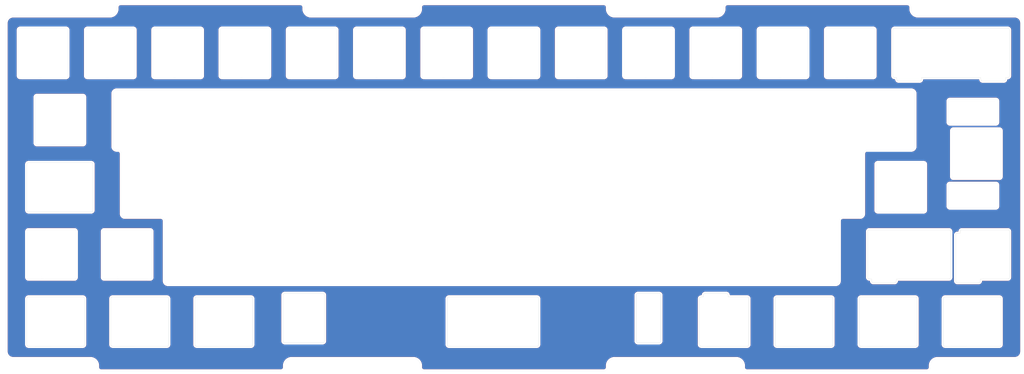
<source format=kicad_pcb>
(kicad_pcb (version 20200518) (host pcbnew "(5.99.0-1913-g40250c427)")
  (layers (0 "F.Cu" signal) (31 "B.Cu" signal) (34 "B.Paste" user) (35 "F.Paste" user) (36 "B.SilkS" user) (37 "F.SilkS" user) (38 "B.Mask" user) (39 "F.Mask" user) (44 "Edge.Cuts" user))
  (net 0 "")
  (module "acheron_MX_PlateSlots:MX100" (layer "F.Cu") (at 44.46925 102.45)
    (fp_text reference "REF**")
    (fp_text value "MX100")
    (fp_arc (start 6.5 6.5) (end 6.5 7) (angle -90) (layer "Edge.Cuts") (width 0.010007))
    (fp_line (start -7 -6.5) (end -7 6.490924) (layer "Edge.Cuts") (width 0.010007))
    (fp_arc (start 6.5 -6.5) (end 7 -6.5) (angle -90) (layer "Edge.Cuts") (width 0.010007))
    (fp_arc (start -6.5 -6.5) (end -6.5 -7) (angle -90) (layer "Edge.Cuts") (width 0.010007))
    (fp_line (start -6.5 6.990924) (end 6.5 7) (layer "Edge.Cuts") (width 0.010007))
    (fp_arc (start -6.5 6.490924) (end -7 6.490924) (angle -90) (layer "Edge.Cuts") (width 0.010007))
    (fp_line (start -6.5 -7) (end 6.5 -7) (layer "Edge.Cuts") (width 0.010007))
    (fp_line (start 7 -6.5) (end 7 6.5) (layer "Edge.Cuts") (width 0.010007))
  )
  (module "acheron_MX_PlateSlots:MX125" (layer "F.Cu") (at 23.038 102.45)
    (fp_text reference "REF**")
    (fp_text value "MX125")
    (fp_line (start 7 -6.5) (end 7 6.5) (layer "Edge.Cuts") (width 0.010007))
    (fp_line (start -6.5 -7) (end 6.5 -7) (layer "Edge.Cuts") (width 0.010007))
    (fp_arc (start -6.5 6.490924) (end -7 6.490924) (angle -90) (layer "Edge.Cuts") (width 0.010007))
    (fp_line (start -6.5 6.990924) (end 6.5 7) (layer "Edge.Cuts") (width 0.010007))
    (fp_arc (start -6.5 -6.5) (end -6.5 -7) (angle -90) (layer "Edge.Cuts") (width 0.010007))
    (fp_arc (start 6.5 -6.5) (end 7 -6.5) (angle -90) (layer "Edge.Cuts") (width 0.010007))
    (fp_line (start -7 -6.5) (end -7 6.490924) (layer "Edge.Cuts") (width 0.010007))
    (fp_arc (start 6.5 6.5) (end 6.5 7) (angle -90) (layer "Edge.Cuts") (width 0.010007))
  )
  (module "acheron_MX_PlateSlots:MX100" (layer "F.Cu") (at 263.54425 83.4)
    (fp_text reference "REF**")
    (fp_text value "MX100")
    (fp_line (start 7 -6.5) (end 7 6.5) (layer "Edge.Cuts") (width 0.010007))
    (fp_line (start -6.5 -7) (end 6.5 -7) (layer "Edge.Cuts") (width 0.010007))
    (fp_arc (start -6.5 6.490924) (end -7 6.490924) (angle -90) (layer "Edge.Cuts") (width 0.010007))
    (fp_line (start -6.5 6.990924) (end 6.5 7) (layer "Edge.Cuts") (width 0.010007))
    (fp_arc (start -6.5 -6.5) (end -6.5 -7) (angle -90) (layer "Edge.Cuts") (width 0.010007))
    (fp_arc (start 6.5 -6.5) (end 7 -6.5) (angle -90) (layer "Edge.Cuts") (width 0.010007))
    (fp_line (start -7 -6.5) (end -7 6.490924) (layer "Edge.Cuts") (width 0.010007))
    (fp_arc (start 6.5 6.5) (end 6.5 7) (angle -90) (layer "Edge.Cuts") (width 0.010007))
  )
  (module "acheron_MX_PlateSlots:MX150" (layer "F.Cu") (at 25.41925 64.35)
    (fp_text reference "REF**")
    (fp_text value "MX150")
    (fp_line (start 7 -6.5) (end 7 6.5) (layer "Edge.Cuts") (width 0.010007))
    (fp_line (start -6.5 -7) (end 6.5 -7) (layer "Edge.Cuts") (width 0.010007))
    (fp_arc (start -6.5 6.490924) (end -7 6.490924) (angle -90) (layer "Edge.Cuts") (width 0.010007))
    (fp_line (start -6.5 6.990924) (end 6.5 7) (layer "Edge.Cuts") (width 0.010007))
    (fp_arc (start -6.5 -6.5) (end -6.5 -7) (angle -90) (layer "Edge.Cuts") (width 0.010007))
    (fp_arc (start 6.5 -6.5) (end 7 -6.5) (angle -90) (layer "Edge.Cuts") (width 0.010007))
    (fp_line (start -7 -6.5) (end -7 6.490924) (layer "Edge.Cuts") (width 0.010007))
    (fp_arc (start 6.5 6.5) (end 6.5 7) (angle -90) (layer "Edge.Cuts") (width 0.010007))
  )
  (module "acheron_MX_PlateSlots:MX100" (layer "F.Cu") (at 249.25675 45.3)
    (fp_text reference "REF**")
    (fp_text value "MX100")
    (fp_arc (start 6.5 6.5) (end 6.5 7) (angle -90) (layer "Edge.Cuts") (width 0.010007))
    (fp_line (start -7 -6.5) (end -7 6.490924) (layer "Edge.Cuts") (width 0.010007))
    (fp_arc (start 6.5 -6.5) (end 7 -6.5) (angle -90) (layer "Edge.Cuts") (width 0.010007))
    (fp_arc (start -6.5 -6.5) (end -6.5 -7) (angle -90) (layer "Edge.Cuts") (width 0.010007))
    (fp_line (start -6.5 6.990924) (end 6.5 7) (layer "Edge.Cuts") (width 0.010007))
    (fp_arc (start -6.5 6.490924) (end -7 6.490924) (angle -90) (layer "Edge.Cuts") (width 0.010007))
    (fp_line (start -6.5 -7) (end 6.5 -7) (layer "Edge.Cuts") (width 0.010007))
    (fp_line (start 7 -6.5) (end 7 6.5) (layer "Edge.Cuts") (width 0.010007))
  )
  (module "acheron_MX_PlateSlots:MX100" (layer "F.Cu") (at 230.20675 45.3)
    (fp_text reference "REF**")
    (fp_text value "MX100")
    (fp_line (start 7 -6.5) (end 7 6.5) (layer "Edge.Cuts") (width 0.010007))
    (fp_line (start -6.5 -7) (end 6.5 -7) (layer "Edge.Cuts") (width 0.010007))
    (fp_arc (start -6.5 6.490924) (end -7 6.490924) (angle -90) (layer "Edge.Cuts") (width 0.010007))
    (fp_line (start -6.5 6.990924) (end 6.5 7) (layer "Edge.Cuts") (width 0.010007))
    (fp_arc (start -6.5 -6.5) (end -6.5 -7) (angle -90) (layer "Edge.Cuts") (width 0.010007))
    (fp_arc (start 6.5 -6.5) (end 7 -6.5) (angle -90) (layer "Edge.Cuts") (width 0.010007))
    (fp_line (start -7 -6.5) (end -7 6.490924) (layer "Edge.Cuts") (width 0.010007))
    (fp_arc (start 6.5 6.5) (end 6.5 7) (angle -90) (layer "Edge.Cuts") (width 0.010007))
  )
  (module "acheron_MX_PlateSlots:MX100" (layer "F.Cu") (at 173.05675 45.3)
    (fp_text reference "REF**")
    (fp_text value "MX100")
    (fp_line (start 7 -6.5) (end 7 6.5) (layer "Edge.Cuts") (width 0.010007))
    (fp_line (start -6.5 -7) (end 6.5 -7) (layer "Edge.Cuts") (width 0.010007))
    (fp_arc (start -6.5 6.490924) (end -7 6.490924) (angle -90) (layer "Edge.Cuts") (width 0.010007))
    (fp_line (start -6.5 6.990924) (end 6.5 7) (layer "Edge.Cuts") (width 0.010007))
    (fp_arc (start -6.5 -6.5) (end -6.5 -7) (angle -90) (layer "Edge.Cuts") (width 0.010007))
    (fp_arc (start 6.5 -6.5) (end 7 -6.5) (angle -90) (layer "Edge.Cuts") (width 0.010007))
    (fp_line (start -7 -6.5) (end -7 6.490924) (layer "Edge.Cuts") (width 0.010007))
    (fp_arc (start 6.5 6.5) (end 6.5 7) (angle -90) (layer "Edge.Cuts") (width 0.010007))
  )
  (module "acheron_MX_PlateSlots:MX100" (layer "F.Cu") (at 211.15675 45.3)
    (fp_text reference "REF**")
    (fp_text value "MX100")
    (fp_arc (start 6.5 6.5) (end 6.5 7) (angle -90) (layer "Edge.Cuts") (width 0.010007))
    (fp_line (start -7 -6.5) (end -7 6.490924) (layer "Edge.Cuts") (width 0.010007))
    (fp_arc (start 6.5 -6.5) (end 7 -6.5) (angle -90) (layer "Edge.Cuts") (width 0.010007))
    (fp_arc (start -6.5 -6.5) (end -6.5 -7) (angle -90) (layer "Edge.Cuts") (width 0.010007))
    (fp_line (start -6.5 6.990924) (end 6.5 7) (layer "Edge.Cuts") (width 0.010007))
    (fp_arc (start -6.5 6.490924) (end -7 6.490924) (angle -90) (layer "Edge.Cuts") (width 0.010007))
    (fp_line (start -6.5 -7) (end 6.5 -7) (layer "Edge.Cuts") (width 0.010007))
    (fp_line (start 7 -6.5) (end 7 6.5) (layer "Edge.Cuts") (width 0.010007))
  )
  (module "acheron_MX_PlateSlots:MX100" (layer "F.Cu") (at 192.10675 45.3)
    (fp_text reference "REF**")
    (fp_text value "MX100")
    (fp_arc (start 6.5 6.5) (end 6.5 7) (angle -90) (layer "Edge.Cuts") (width 0.010007))
    (fp_line (start -7 -6.5) (end -7 6.490924) (layer "Edge.Cuts") (width 0.010007))
    (fp_arc (start 6.5 -6.5) (end 7 -6.5) (angle -90) (layer "Edge.Cuts") (width 0.010007))
    (fp_arc (start -6.5 -6.5) (end -6.5 -7) (angle -90) (layer "Edge.Cuts") (width 0.010007))
    (fp_line (start -6.5 6.990924) (end 6.5 7) (layer "Edge.Cuts") (width 0.010007))
    (fp_arc (start -6.5 6.490924) (end -7 6.490924) (angle -90) (layer "Edge.Cuts") (width 0.010007))
    (fp_line (start -6.5 -7) (end 6.5 -7) (layer "Edge.Cuts") (width 0.010007))
    (fp_line (start 7 -6.5) (end 7 6.5) (layer "Edge.Cuts") (width 0.010007))
  )
  (module "acheron_MX_PlateSlots:MX100" (layer "F.Cu") (at 154.00675 45.3)
    (fp_text reference "REF**")
    (fp_text value "MX100")
    (fp_arc (start 6.5 6.5) (end 6.5 7) (angle -90) (layer "Edge.Cuts") (width 0.010007))
    (fp_line (start -7 -6.5) (end -7 6.490924) (layer "Edge.Cuts") (width 0.010007))
    (fp_arc (start 6.5 -6.5) (end 7 -6.5) (angle -90) (layer "Edge.Cuts") (width 0.010007))
    (fp_arc (start -6.5 -6.5) (end -6.5 -7) (angle -90) (layer "Edge.Cuts") (width 0.010007))
    (fp_line (start -6.5 6.990924) (end 6.5 7) (layer "Edge.Cuts") (width 0.010007))
    (fp_arc (start -6.5 6.490924) (end -7 6.490924) (angle -90) (layer "Edge.Cuts") (width 0.010007))
    (fp_line (start -6.5 -7) (end 6.5 -7) (layer "Edge.Cuts") (width 0.010007))
    (fp_line (start 7 -6.5) (end 7 6.5) (layer "Edge.Cuts") (width 0.010007))
  )
  (module "acheron_MX_PlateSlots:MX100" (layer "F.Cu") (at 115.90675 45.3)
    (fp_text reference "REF**")
    (fp_text value "MX100")
    (fp_line (start 7 -6.5) (end 7 6.5) (layer "Edge.Cuts") (width 0.010007))
    (fp_line (start -6.5 -7) (end 6.5 -7) (layer "Edge.Cuts") (width 0.010007))
    (fp_arc (start -6.5 6.490924) (end -7 6.490924) (angle -90) (layer "Edge.Cuts") (width 0.010007))
    (fp_line (start -6.5 6.990924) (end 6.5 7) (layer "Edge.Cuts") (width 0.010007))
    (fp_arc (start -6.5 -6.5) (end -6.5 -7) (angle -90) (layer "Edge.Cuts") (width 0.010007))
    (fp_arc (start 6.5 -6.5) (end 7 -6.5) (angle -90) (layer "Edge.Cuts") (width 0.010007))
    (fp_line (start -7 -6.5) (end -7 6.490924) (layer "Edge.Cuts") (width 0.010007))
    (fp_arc (start 6.5 6.5) (end 6.5 7) (angle -90) (layer "Edge.Cuts") (width 0.010007))
  )
  (module "acheron_MX_PlateSlots:MX100" (layer "F.Cu") (at 96.85675 45.3)
    (fp_text reference "REF**")
    (fp_text value "MX100")
    (fp_arc (start 6.5 6.5) (end 6.5 7) (angle -90) (layer "Edge.Cuts") (width 0.010007))
    (fp_line (start -7 -6.5) (end -7 6.490924) (layer "Edge.Cuts") (width 0.010007))
    (fp_arc (start 6.5 -6.5) (end 7 -6.5) (angle -90) (layer "Edge.Cuts") (width 0.010007))
    (fp_arc (start -6.5 -6.5) (end -6.5 -7) (angle -90) (layer "Edge.Cuts") (width 0.010007))
    (fp_line (start -6.5 6.990924) (end 6.5 7) (layer "Edge.Cuts") (width 0.010007))
    (fp_arc (start -6.5 6.490924) (end -7 6.490924) (angle -90) (layer "Edge.Cuts") (width 0.010007))
    (fp_line (start -6.5 -7) (end 6.5 -7) (layer "Edge.Cuts") (width 0.010007))
    (fp_line (start 7 -6.5) (end 7 6.5) (layer "Edge.Cuts") (width 0.010007))
  )
  (module "acheron_MX_PlateSlots:MX100" (layer "F.Cu") (at 134.95675 45.3)
    (fp_text reference "REF**")
    (fp_text value "MX100")
    (fp_line (start 7 -6.5) (end 7 6.5) (layer "Edge.Cuts") (width 0.010007))
    (fp_line (start -6.5 -7) (end 6.5 -7) (layer "Edge.Cuts") (width 0.010007))
    (fp_arc (start -6.5 6.490924) (end -7 6.490924) (angle -90) (layer "Edge.Cuts") (width 0.010007))
    (fp_line (start -6.5 6.990924) (end 6.5 7) (layer "Edge.Cuts") (width 0.010007))
    (fp_arc (start -6.5 -6.5) (end -6.5 -7) (angle -90) (layer "Edge.Cuts") (width 0.010007))
    (fp_arc (start 6.5 -6.5) (end 7 -6.5) (angle -90) (layer "Edge.Cuts") (width 0.010007))
    (fp_line (start -7 -6.5) (end -7 6.490924) (layer "Edge.Cuts") (width 0.010007))
    (fp_arc (start 6.5 6.5) (end 6.5 7) (angle -90) (layer "Edge.Cuts") (width 0.010007))
  )
  (module "acheron_MX_PlateSlots:MX100" (layer "F.Cu") (at 77.80675 45.3)
    (fp_text reference "REF**")
    (fp_text value "MX100")
    (fp_line (start 7 -6.5) (end 7 6.5) (layer "Edge.Cuts") (width 0.010007))
    (fp_line (start -6.5 -7) (end 6.5 -7) (layer "Edge.Cuts") (width 0.010007))
    (fp_arc (start -6.5 6.490924) (end -7 6.490924) (angle -90) (layer "Edge.Cuts") (width 0.010007))
    (fp_line (start -6.5 6.990924) (end 6.5 7) (layer "Edge.Cuts") (width 0.010007))
    (fp_arc (start -6.5 -6.5) (end -6.5 -7) (angle -90) (layer "Edge.Cuts") (width 0.010007))
    (fp_arc (start 6.5 -6.5) (end 7 -6.5) (angle -90) (layer "Edge.Cuts") (width 0.010007))
    (fp_line (start -7 -6.5) (end -7 6.490924) (layer "Edge.Cuts") (width 0.010007))
    (fp_arc (start 6.5 6.5) (end 6.5 7) (angle -90) (layer "Edge.Cuts") (width 0.010007))
  )
  (module "acheron_MX_PlateSlots:MX100" (layer "F.Cu") (at 58.75675 45.3)
    (fp_text reference "REF**")
    (fp_text value "MX100")
    (fp_arc (start 6.5 6.5) (end 6.5 7) (angle -90) (layer "Edge.Cuts") (width 0.010007))
    (fp_line (start -7 -6.5) (end -7 6.490924) (layer "Edge.Cuts") (width 0.010007))
    (fp_arc (start 6.5 -6.5) (end 7 -6.5) (angle -90) (layer "Edge.Cuts") (width 0.010007))
    (fp_arc (start -6.5 -6.5) (end -6.5 -7) (angle -90) (layer "Edge.Cuts") (width 0.010007))
    (fp_line (start -6.5 6.990924) (end 6.5 7) (layer "Edge.Cuts") (width 0.010007))
    (fp_arc (start -6.5 6.490924) (end -7 6.490924) (angle -90) (layer "Edge.Cuts") (width 0.010007))
    (fp_line (start -6.5 -7) (end 6.5 -7) (layer "Edge.Cuts") (width 0.010007))
    (fp_line (start 7 -6.5) (end 7 6.5) (layer "Edge.Cuts") (width 0.010007))
  )
  (module "acheron_MX_PlateSlots:MX100" (layer "F.Cu") (at 39.70675 45.3)
    (fp_text reference "REF**")
    (fp_text value "MX100")
    (fp_arc (start 6.5 6.5) (end 6.5 7) (angle -90) (layer "Edge.Cuts") (width 0.010007))
    (fp_line (start -7 -6.5) (end -7 6.490924) (layer "Edge.Cuts") (width 0.010007))
    (fp_arc (start 6.5 -6.5) (end 7 -6.5) (angle -90) (layer "Edge.Cuts") (width 0.010007))
    (fp_arc (start -6.5 -6.5) (end -6.5 -7) (angle -90) (layer "Edge.Cuts") (width 0.010007))
    (fp_line (start -6.5 6.990924) (end 6.5 7) (layer "Edge.Cuts") (width 0.010007))
    (fp_arc (start -6.5 6.490924) (end -7 6.490924) (angle -90) (layer "Edge.Cuts") (width 0.010007))
    (fp_line (start -6.5 -7) (end 6.5 -7) (layer "Edge.Cuts") (width 0.010007))
    (fp_line (start 7 -6.5) (end 7 6.5) (layer "Edge.Cuts") (width 0.010007))
  )
  (module "acheron_MX_PlateSlots:MX100" (layer "F.Cu") (at 20.65675 45.3)
    (fp_text reference "REF**")
    (fp_text value "MX100")
    (fp_line (start 7 -6.5) (end 7 6.5) (layer "Edge.Cuts") (width 0.010007))
    (fp_line (start -6.5 -7) (end 6.5 -7) (layer "Edge.Cuts") (width 0.010007))
    (fp_arc (start -6.5 6.490924) (end -7 6.490924) (angle -90) (layer "Edge.Cuts") (width 0.010007))
    (fp_line (start -6.5 6.990924) (end 6.5 7) (layer "Edge.Cuts") (width 0.010007))
    (fp_arc (start -6.5 -6.5) (end -6.5 -7) (angle -90) (layer "Edge.Cuts") (width 0.010007))
    (fp_arc (start 6.5 -6.5) (end 7 -6.5) (angle -90) (layer "Edge.Cuts") (width 0.010007))
    (fp_line (start -7 -6.5) (end -7 6.490924) (layer "Edge.Cuts") (width 0.010007))
    (fp_arc (start 6.5 6.5) (end 6.5 7) (angle -90) (layer "Edge.Cuts") (width 0.010007))
  )
  (module "acheron_MX_PlateSlots:MX_ISO_Enter" (layer "F.Cu") (at 284.9755 73.875)
    (fp_text reference "REF**")
    (fp_text value "MX_ISO_Enter")
    (fp_line (start 6.499992 6.999672) (end -6.500007 6.999672) (layer "Edge.Cuts") (width 0.010007))
    (fp_arc (start -7.500008 -8.90625) (end -8.000008 -8.90625) (angle -90) (layer "Edge.Cuts") (width 0.010007))
    (fp_arc (start -7.500008 -14.90625) (end -7.500008 -15.40625) (angle -90) (layer "Edge.Cuts") (width 0.010007))
    (fp_arc (start 5.5 -8.90625) (end 5.5 -8.40625) (angle -90) (layer "Edge.Cuts") (width 0.010007))
    (fp_arc (start 5.5 -14.90625) (end 6 -14.90625) (angle -90) (layer "Edge.Cuts") (width 0.010007))
    (fp_arc (start -7.500008 8.90625) (end -7.500008 8.40625) (angle -90) (layer "Edge.Cuts") (width 0.010007))
    (fp_arc (start 5.5 14.90625) (end 5.5 15.40625) (angle -90) (layer "Edge.Cuts") (width 0.010007))
    (fp_arc (start 5.5 8.90625) (end 6 8.90625) (angle -90) (layer "Edge.Cuts") (width 0.010007))
    (fp_line (start 5.499992 15.40625) (end -7.500008 15.40625) (layer "Edge.Cuts") (width 0.010007))
    (fp_line (start 5.499992 8.40625) (end -7.5 8.40625) (layer "Edge.Cuts") (width 0.010007))
    (fp_line (start 5.499992 -8.40625) (end -7.5 -8.40625) (layer "Edge.Cuts") (width 0.010007))
    (fp_line (start 5.499992 -15.40625) (end -7.500008 -15.40625) (layer "Edge.Cuts") (width 0.010007))
    (fp_line (start -8.000008 -14.90625) (end -8.000008 -8.90625) (layer "Edge.Cuts") (width 0.010007))
    (fp_line (start 6 -14.90625) (end 5.999992 -8.90625) (layer "Edge.Cuts") (width 0.010007))
    (fp_arc (start -7.500008 14.90625) (end -8.000008 14.90625) (angle -90) (layer "Edge.Cuts") (width 0.010007))
    (fp_line (start -8.000008 8.90625) (end -8.000008 14.90625) (layer "Edge.Cuts") (width 0.010007))
    (fp_line (start 5.999992 8.90625) (end 5.999992 14.90625) (layer "Edge.Cuts") (width 0.010007))
    (fp_arc (start -6.500007 6.499672) (end -7.000007 6.499672) (angle -90) (layer "Edge.Cuts") (width 0.010007))
    (fp_line (start 7 -6.5) (end 7 6.5) (layer "Edge.Cuts") (width 0.010007))
    (fp_arc (start -6.5 -6.5) (end -6.5 -7) (angle -90) (layer "Edge.Cuts") (width 0.010007))
    (fp_line (start -7 -6.5) (end -7 6.5) (layer "Edge.Cuts") (width 0.010007))
    (fp_arc (start 6.5 -6.5) (end 7 -6.5) (angle -90) (layer "Edge.Cuts") (width 0.010007))
    (fp_arc (start 6.5 6.5) (end 6.5 7) (angle -90) (layer "Edge.Cuts") (width 0.010007))
    (fp_line (start 6.5 -7) (end -6.5 -7) (layer "Edge.Cuts") (width 0.010007))
  )
  (gr_line (start 255.28175 109.950008) (end 255.28175 109.440924) (layer "Edge.Cuts") (width 0.05))
  (gr_line (start 262.28175 109.950008) (end 262.28175 109.450008) (layer "Edge.Cuts") (width 0.05))
  (gr_line (start 255.78175 110.450008) (end 261.78175 110.450008) (layer "Edge.Cuts") (width 0.05))
  (gr_line (start 254.663 109.440924) (end 255.28175 109.440924) (layer "Edge.Cuts") (width 0.05))
  (gr_line (start 277.188 109.45) (end 262.28175 109.450008) (layer "Edge.Cuts") (width 0.05))
  (gr_line (start 277.687671 95.950007) (end 277.688 108.95) (layer "Edge.Cuts") (width 0.05))
  (gr_line (start 254.663 95.45) (end 277.187999 95.450329) (layer "Edge.Cuts") (width 0.05))
  (gr_line (start 254.163 108.940924) (end 254.163 95.95) (layer "Edge.Cuts") (width 0.05))
  (gr_line (start 279.094251 109.950001) (end 279.09425 96.95) (layer "Edge.Cuts") (width 0.05))
  (gr_line (start 279.594251 110.450007) (end 285.59425 110.450008) (layer "Edge.Cuts") (width 0.05))
  (gr_line (start 286.09425 109.950008) (end 286.09425 109.450008) (layer "Edge.Cuts") (width 0.05))
  (gr_line (start 293.85675 109.45) (end 286.09425 109.450008) (layer "Edge.Cuts") (width 0.05))
  (gr_line (start 294.35675 95.95) (end 294.35675 108.95) (layer "Edge.Cuts") (width 0.05))
  (gr_line (start 280.85675 95.45) (end 293.85675 95.45) (layer "Edge.Cuts") (width 0.05))
  (gr_line (start 280.35675 95.95) (end 280.35675 96.45) (layer "Edge.Cuts") (width 0.05))
  (gr_line (start 279.59425 96.45) (end 280.35675 96.45) (layer "Edge.Cuts") (width 0.05))
  (gr_arc (start 285.59425 109.950008) (end 285.59425 110.450008) (angle -90) (layer "Edge.Cuts") (width 0.05))
  (gr_arc (start 279.59425 109.950008) (end 279.094251 109.950001) (angle -90.00091673) (layer "Edge.Cuts") (width 0.05))
  (gr_arc (start 279.59425 96.95) (end 279.59425 96.45) (angle -90) (layer "Edge.Cuts") (width 0.05))
  (gr_arc (start 280.85675 95.95) (end 280.85675 95.45) (angle -90) (layer "Edge.Cuts") (width 0.05))
  (gr_arc (start 293.85675 108.95) (end 293.85675 109.45) (angle -90) (layer "Edge.Cuts") (width 0.05))
  (gr_arc (start 293.85675 95.95) (end 294.35675 95.95) (angle -90) (layer "Edge.Cuts") (width 0.05))
  (gr_arc (start 277.188 95.95) (end 277.687671 95.950007) (angle -90.00091733) (layer "Edge.Cuts") (width 0.05))
  (gr_arc (start 277.188 108.95) (end 277.188 109.45) (angle -90) (layer "Edge.Cuts") (width 0.05))
  (gr_arc (start 261.78175 109.950008) (end 261.78175 110.450008) (angle -90) (layer "Edge.Cuts") (width 0.05))
  (gr_arc (start 255.78175 109.950008) (end 255.28175 109.950008) (angle -90) (layer "Edge.Cuts") (width 0.05))
  (gr_arc (start 254.663 108.940924) (end 254.163 108.940924) (angle -90) (layer "Edge.Cuts") (width 0.05))
  (gr_arc (start 254.663 95.95) (end 254.663 95.45) (angle -90) (layer "Edge.Cuts") (width 0.05))
  (gr_line (start 266.54425 55.85) (end 41.46925 55.85) (layer "Edge.Cuts") (width 0.01))
  (gr_arc (start 266.54425 56.85) (end 267.54425 56.85) (angle -90) (layer "Edge.Cuts") (width 0.01))
  (gr_line (start 267.54425 71.85) (end 267.54425 56.85) (layer "Edge.Cuts") (width 0.01))
  (gr_arc (start 54.01925 92.9) (end 55.01925 92.9) (angle -90) (layer "Edge.Cuts") (width 0.01))
  (gr_line (start 43.850499 91.9) (end 54.01925 91.9) (layer "Edge.Cuts") (width 0.01))
  (gr_arc (start 43.850499 90.9) (end 42.850499 90.9) (angle -90) (layer "Edge.Cuts") (width 0.01))
  (gr_line (start 42.8505 73.85) (end 42.850499 90.9) (layer "Edge.Cuts") (width 0.01))
  (gr_arc (start 41.8505 73.85) (end 42.8505 73.85) (angle -90) (layer "Edge.Cuts") (width 0.01))
  (gr_line (start 41.46925 72.85) (end 41.8505 72.85) (layer "Edge.Cuts") (width 0.01))
  (gr_arc (start 266.54425 71.85) (end 266.54425 72.85) (angle -90) (layer "Edge.Cuts") (width 0.01))
  (gr_line (start 253.99425 72.85) (end 266.54425 72.85) (layer "Edge.Cuts") (width 0.01))
  (gr_arc (start 253.994249 73.85) (end 253.99425 72.85) (angle -90) (layer "Edge.Cuts") (width 0.01))
  (gr_arc (start 247.113 92.9) (end 247.113 91.9) (angle -90) (layer "Edge.Cuts") (width 0.01))
  (gr_line (start 246.113 109.95) (end 246.113 92.9) (layer "Edge.Cuts") (width 0.01))
  (gr_arc (start 245.113 109.95) (end 245.113 110.95) (angle -90) (layer "Edge.Cuts") (width 0.01))
  (gr_line (start 56.01925 110.95) (end 245.113 110.95) (layer "Edge.Cuts") (width 0.01))
  (gr_arc (start 56.01925 109.95) (end 55.01925 109.95) (angle -90) (layer "Edge.Cuts") (width 0.01))
  (gr_line (start 55.01925 92.9) (end 55.01925 109.95) (layer "Edge.Cuts") (width 0.01))
  (gr_line (start 252.99425 90.9) (end 252.99425 73.85) (layer "Edge.Cuts") (width 0.01))
  (gr_arc (start 251.99425 90.9) (end 251.99425 91.9) (angle -90) (layer "Edge.Cuts") (width 0.01))
  (gr_line (start 247.113 91.9) (end 251.99425 91.9) (layer "Edge.Cuts") (width 0.01))
  (gr_arc (start 41.46925 71.85) (end 40.46925 71.85) (angle -90) (layer "Edge.Cuts") (width 0.01))
  (gr_line (start 40.46925 56.85) (end 40.46925 71.85) (layer "Edge.Cuts") (width 0.01))
  (gr_arc (start 41.46925 56.85) (end 41.46925 55.85) (angle -90) (layer "Edge.Cuts") (width 0.01))
  (gr_line (start 214.65675 113.999546) (end 214.65675 114.499546) (layer "Edge.Cuts") (width 0.05))
  (gr_line (start 220.038 114.5) (end 214.65675 114.499546) (layer "Edge.Cuts") (width 0.05))
  (gr_line (start 220.538 128) (end 220.538 115) (layer "Edge.Cuts") (width 0.05))
  (gr_line (start 207.038 128.490924) (end 220.038 128.5) (layer "Edge.Cuts") (width 0.05))
  (gr_line (start 206.538 115) (end 206.538 127.990924) (layer "Edge.Cuts") (width 0.05))
  (gr_line (start 208.15675 113.499546) (end 214.15675 113.499546) (layer "Edge.Cuts") (width 0.05))
  (gr_line (start 207.65675 113.999546) (end 207.65675 114.499546) (layer "Edge.Cuts") (width 0.05))
  (gr_line (start 207.038 114.5) (end 207.65675 114.5) (layer "Edge.Cuts") (width 0.05))
  (gr_arc (start 208.15675 113.999546) (end 208.15675 113.499546) (angle -90) (layer "Edge.Cuts") (width 0.05))
  (gr_arc (start 214.15675 113.999546) (end 214.65675 113.999546) (angle -90) (layer "Edge.Cuts") (width 0.05))
  (gr_arc (start 220.038 115) (end 220.538 115) (angle -90) (layer "Edge.Cuts") (width 0.05))
  (gr_arc (start 220.038 128) (end 220.038 128.5) (angle -90) (layer "Edge.Cuts") (width 0.05))
  (gr_arc (start 207.038 127.990924) (end 206.538 127.990924) (angle -90) (layer "Edge.Cuts") (width 0.05))
  (gr_arc (start 207.038 115) (end 207.038 114.5) (angle -90) (layer "Edge.Cuts") (width 0.05))
  (gr_line (start 188.60675 127) (end 188.60675 113.999992) (layer "Edge.Cuts") (width 0.05))
  (gr_line (start 195.10675 127.5) (end 189.10675 127.5) (layer "Edge.Cuts") (width 0.05))
  (gr_line (start 195.60675 114) (end 195.60675 126.999992) (layer "Edge.Cuts") (width 0.05))
  (gr_line (start 189.10675 113.499992) (end 195.10675 113.499992) (layer "Edge.Cuts") (width 0.05))
  (gr_arc (start 189.10675 127) (end 188.60675 127) (angle -90) (layer "Edge.Cuts") (width 0.05))
  (gr_arc (start 195.10675 127) (end 195.10675 127.5) (angle -90) (layer "Edge.Cuts") (width 0.05))
  (gr_arc (start 195.10675 113.999992) (end 195.60675 113.999992) (angle -90) (layer "Edge.Cuts") (width 0.05))
  (gr_arc (start 189.10675 113.999992) (end 189.10675 113.499992) (angle -90) (layer "Edge.Cuts") (width 0.05))
  (gr_line (start 160.50675 128.5) (end 135.600501 128.499671) (layer "Edge.Cuts") (width 0.05))
  (gr_line (start 161.00675 115) (end 161.00675 128) (layer "Edge.Cuts") (width 0.05))
  (gr_line (start 135.6005 114.5) (end 160.50675 114.5) (layer "Edge.Cuts") (width 0.05))
  (gr_line (start 135.100829 127.999993) (end 135.1005 115) (layer "Edge.Cuts") (width 0.05))
  (gr_arc (start 135.6005 128) (end 135.100829 127.999993) (angle -90.00091733) (layer "Edge.Cuts") (width 0.05))
  (gr_arc (start 160.50675 128) (end 160.50675 128.5) (angle -90) (layer "Edge.Cuts") (width 0.05))
  (gr_arc (start 160.50675 115) (end 161.00675 115) (angle -90) (layer "Edge.Cuts") (width 0.05))
  (gr_arc (start 135.600828 114.999993) (end 135.600828 114.499993) (angle -90) (layer "Edge.Cuts") (width 0.05))
  (gr_line (start 88.59425 114) (end 88.59425 127) (layer "Edge.Cuts") (width 0.05))
  (gr_line (start 99.85675 113.5) (end 89.09425 113.5) (layer "Edge.Cuts") (width 0.05))
  (gr_line (start 100.35675 127) (end 100.35675 114) (layer "Edge.Cuts") (width 0.05))
  (gr_line (start 89.09425 127.5) (end 99.85675 127.5) (layer "Edge.Cuts") (width 0.05))
  (gr_arc (start 89.09425 127) (end 88.59425 127) (angle -90) (layer "Edge.Cuts") (width 0.05))
  (gr_arc (start 99.85675 127) (end 99.85675 127.5) (angle -90) (layer "Edge.Cuts") (width 0.05))
  (gr_arc (start 99.85675 114) (end 100.35675 114) (angle -90) (layer "Edge.Cuts") (width 0.05))
  (gr_arc (start 89.09425 114) (end 89.09425 113.5) (angle -90) (layer "Edge.Cuts") (width 0.05))
  (gr_line (start 275.59425 115) (end 275.59425 127.990924) (layer "Edge.Cuts") (width 0.05))
  (gr_line (start 291.9755 128) (end 291.9755 115) (layer "Edge.Cuts") (width 0.05))
  (gr_arc (start 291.4755 128) (end 291.4755 128.5) (angle -90) (layer "Edge.Cuts") (width 0.05))
  (gr_line (start 291.4755 114.5) (end 276.09425 114.5) (layer "Edge.Cuts") (width 0.05))
  (gr_arc (start 276.09425 127.990924) (end 275.59425 127.990924) (angle -90) (layer "Edge.Cuts") (width 0.05))
  (gr_arc (start 276.09425 115) (end 276.09425 114.5) (angle -90) (layer "Edge.Cuts") (width 0.05))
  (gr_line (start 276.09425 128.490924) (end 291.4755 128.5) (layer "Edge.Cuts") (width 0.05))
  (gr_arc (start 291.4755 115) (end 291.9755 115) (angle -90) (layer "Edge.Cuts") (width 0.05))
  (gr_arc (start 252.28175 127.990924) (end 251.78175 127.990924) (angle -90) (layer "Edge.Cuts") (width 0.05))
  (gr_arc (start 267.663 115) (end 268.163 115) (angle -90) (layer "Edge.Cuts") (width 0.05))
  (gr_line (start 268.163 128) (end 268.163 115) (layer "Edge.Cuts") (width 0.05))
  (gr_line (start 252.28175 128.490924) (end 267.663 128.5) (layer "Edge.Cuts") (width 0.05))
  (gr_line (start 251.78175 115) (end 251.78175 127.990924) (layer "Edge.Cuts") (width 0.05))
  (gr_arc (start 252.28175 115) (end 252.28175 114.5) (angle -90) (layer "Edge.Cuts") (width 0.05))
  (gr_line (start 267.663 114.5) (end 252.28175 114.5) (layer "Edge.Cuts") (width 0.05))
  (gr_arc (start 267.663 128) (end 267.663 128.5) (angle -90) (layer "Edge.Cuts") (width 0.05))
  (gr_arc (start 228.46925 127.990924) (end 227.96925 127.990924) (angle -90) (layer "Edge.Cuts") (width 0.05))
  (gr_line (start 243.8505 114.5) (end 228.46925 114.5) (layer "Edge.Cuts") (width 0.05))
  (gr_arc (start 228.46925 115) (end 228.46925 114.5) (angle -90) (layer "Edge.Cuts") (width 0.05))
  (gr_arc (start 243.8505 128) (end 243.8505 128.5) (angle -90) (layer "Edge.Cuts") (width 0.05))
  (gr_arc (start 243.8505 115) (end 244.3505 115) (angle -90) (layer "Edge.Cuts") (width 0.05))
  (gr_line (start 227.96925 115) (end 227.96925 127.990924) (layer "Edge.Cuts") (width 0.05))
  (gr_line (start 228.46925 128.490924) (end 243.8505 128.5) (layer "Edge.Cuts") (width 0.05))
  (gr_line (start 244.3505 128) (end 244.3505 115) (layer "Edge.Cuts") (width 0.05))
  (gr_line (start 63.663 115) (end 63.663 127.990924) (layer "Edge.Cuts") (width 0.05))
  (gr_line (start 79.54425 114.5) (end 64.163 114.5) (layer "Edge.Cuts") (width 0.05))
  (gr_line (start 80.04425 128) (end 80.04425 115) (layer "Edge.Cuts") (width 0.05))
  (gr_arc (start 79.54425 128) (end 79.54425 128.5) (angle -90) (layer "Edge.Cuts") (width 0.05))
  (gr_arc (start 79.54425 115) (end 80.04425 115) (angle -90) (layer "Edge.Cuts") (width 0.05))
  (gr_arc (start 64.163 115) (end 64.163 114.5) (angle -90) (layer "Edge.Cuts") (width 0.05))
  (gr_arc (start 64.163 127.990924) (end 63.663 127.990924) (angle -90) (layer "Edge.Cuts") (width 0.05))
  (gr_line (start 64.163 128.490924) (end 79.54425 128.5) (layer "Edge.Cuts") (width 0.05))
  (gr_arc (start 55.73175 128) (end 55.73175 128.5) (angle -90) (layer "Edge.Cuts") (width 0.05))
  (gr_line (start 56.23175 128) (end 56.23175 115) (layer "Edge.Cuts") (width 0.05))
  (gr_arc (start 40.3505 115) (end 40.3505 114.5) (angle -90) (layer "Edge.Cuts") (width 0.05))
  (gr_arc (start 40.3505 127.990924) (end 39.8505 127.990924) (angle -90) (layer "Edge.Cuts") (width 0.05))
  (gr_arc (start 55.73175 115) (end 56.23175 115) (angle -90) (layer "Edge.Cuts") (width 0.05))
  (gr_line (start 40.3505 128.490924) (end 55.73175 128.5) (layer "Edge.Cuts") (width 0.05))
  (gr_line (start 55.73175 114.5) (end 40.3505 114.5) (layer "Edge.Cuts") (width 0.05))
  (gr_line (start 39.8505 115) (end 39.8505 127.990924) (layer "Edge.Cuts") (width 0.05))
  (gr_line (start 32.41925 128) (end 32.41925 115) (layer "Edge.Cuts") (width 0.05))
  (gr_line (start 16.538 128.490924) (end 31.91925 128.5) (layer "Edge.Cuts") (width 0.05))
  (gr_line (start 16.038 115) (end 16.038 127.990924) (layer "Edge.Cuts") (width 0.05))
  (gr_line (start 31.91925 114.5) (end 16.538 114.5) (layer "Edge.Cuts") (width 0.05))
  (gr_arc (start 31.91925 115) (end 32.41925 115) (angle -90) (layer "Edge.Cuts") (width 0.05))
  (gr_arc (start 31.91925 128) (end 31.91925 128.5) (angle -90) (layer "Edge.Cuts") (width 0.05))
  (gr_arc (start 16.538 127.990924) (end 16.038 127.990924) (angle -90) (layer "Edge.Cuts") (width 0.05))
  (gr_arc (start 16.538 115) (end 16.538 114.5) (angle -90) (layer "Edge.Cuts") (width 0.05))
  (gr_line (start 88.05675 135.499999) (end 37.05675 135.499999) (layer "Edge.Cuts") (width 0.01))
  (gr_arc (start 88.05675 134.499999) (end 88.05675 135.499999) (angle -90) (layer "Edge.Cuts") (width 0.01))
  (gr_line (start 89.05675 133.999999) (end 89.05675 134.499999) (layer "Edge.Cuts") (width 0.01))
  (gr_arc (start 39.55675 32.8) (end 39.55675 34.8) (angle -90) (layer "Edge.Cuts") (width 0.01))
  (gr_line (start 12.15675 34.8) (end 39.55675 34.8) (layer "Edge.Cuts") (width 0.01))
  (gr_arc (start 12.156749 36.8) (end 12.15675 34.8) (angle -90) (layer "Edge.Cuts") (width 0.01))
  (gr_line (start 10.156749 130) (end 10.15675 36.8) (layer "Edge.Cuts") (width 0.01))
  (gr_arc (start 273.95675 133.999999) (end 273.95675 132) (angle -90) (layer "Edge.Cuts") (width 0.01))
  (gr_line (start 295.85675 132) (end 273.95675 132) (layer "Edge.Cuts") (width 0.01))
  (gr_arc (start 295.85675 130) (end 295.85675 132) (angle -90) (layer "Edge.Cuts") (width 0.01))
  (gr_line (start 297.85675 36.8) (end 297.85675 130) (layer "Edge.Cuts") (width 0.01))
  (gr_arc (start 182.50675 133.999999) (end 182.50675 132) (angle -90) (layer "Edge.Cuts") (width 0.01))
  (gr_line (start 216.95675 132) (end 182.50675 132) (layer "Edge.Cuts") (width 0.01))
  (gr_arc (start 216.95675 133.999999) (end 218.95675 133.999999) (angle -90) (layer "Edge.Cuts") (width 0.01))
  (gr_line (start 218.95675 134.499999) (end 218.95675 133.999999) (layer "Edge.Cuts") (width 0.01))
  (gr_arc (start 125.50675 32.8) (end 125.50675 34.8) (angle -90) (layer "Edge.Cuts") (width 0.01))
  (gr_line (start 96.55675 34.8) (end 125.50675 34.8) (layer "Edge.Cuts") (width 0.01))
  (gr_arc (start 96.55675 32.8) (end 94.55675 32.8) (angle -90) (layer "Edge.Cuts") (width 0.01))
  (gr_line (start 94.55675 32.3) (end 94.55675 32.8) (layer "Edge.Cuts") (width 0.01))
  (gr_arc (start 219.95675 134.499999) (end 218.95675 134.499999) (angle -90) (layer "Edge.Cuts") (width 0.01))
  (gr_line (start 270.95675 135.499999) (end 219.95675 135.499999) (layer "Edge.Cuts") (width 0.01))
  (gr_arc (start 270.95675 134.499999) (end 270.95675 135.499999) (angle -90) (layer "Edge.Cuts") (width 0.01))
  (gr_line (start 271.95675 133.999999) (end 271.95675 134.499999) (layer "Edge.Cuts") (width 0.01))
  (gr_arc (start 91.05675 133.999999) (end 91.05675 132) (angle -90) (layer "Edge.Cuts") (width 0.01))
  (gr_line (start 125.50675 132) (end 91.05675 132) (layer "Edge.Cuts") (width 0.01))
  (gr_arc (start 125.50675 133.999999) (end 127.50675 133.999999) (angle -90) (layer "Edge.Cuts") (width 0.01))
  (gr_line (start 127.50675 134.499999) (end 127.50675 133.999999) (layer "Edge.Cuts") (width 0.01))
  (gr_arc (start 295.85675 36.8) (end 297.85675 36.8) (angle -90) (layer "Edge.Cuts") (width 0.01))
  (gr_line (start 268.45675 34.8) (end 295.85675 34.8) (layer "Edge.Cuts") (width 0.01))
  (gr_arc (start 268.45675 32.8) (end 266.45675 32.8) (angle -90) (layer "Edge.Cuts") (width 0.01))
  (gr_line (start 266.45675 32.3) (end 266.45675 32.8) (layer "Edge.Cuts") (width 0.01))
  (gr_arc (start 93.55675 32.3) (end 94.55675 32.3) (angle -90) (layer "Edge.Cuts") (width 0.01))
  (gr_line (start 42.55675 31.3) (end 93.55675 31.3) (layer "Edge.Cuts") (width 0.01))
  (gr_arc (start 42.55675 32.3) (end 42.55675 31.3) (angle -90) (layer "Edge.Cuts") (width 0.01))
  (gr_line (start 41.55675 32.8) (end 41.55675 32.3) (layer "Edge.Cuts") (width 0.01))
  (gr_arc (start 12.156749 130) (end 10.156749 130) (angle -90) (layer "Edge.Cuts") (width 0.01))
  (gr_line (start 34.056749 132) (end 12.156749 132) (layer "Edge.Cuts") (width 0.01))
  (gr_arc (start 34.056749 133.999999) (end 36.056749 133.999999) (angle -90) (layer "Edge.Cuts") (width 0.01))
  (gr_line (start 36.05675 134.499999) (end 36.056749 133.999999) (layer "Edge.Cuts") (width 0.01))
  (gr_arc (start 179.506749 32.3) (end 180.50675 32.3) (angle -90) (layer "Edge.Cuts") (width 0.01))
  (gr_line (start 128.50675 31.3) (end 179.50675 31.3) (layer "Edge.Cuts") (width 0.01))
  (gr_arc (start 128.50675 32.3) (end 128.50675 31.3) (angle -90) (layer "Edge.Cuts") (width 0.01))
  (gr_line (start 127.50675 32.8) (end 127.50675 32.3) (layer "Edge.Cuts") (width 0.01))
  (gr_arc (start 128.506749 134.499999) (end 127.50675 134.499999) (angle -90) (layer "Edge.Cuts") (width 0.01))
  (gr_line (start 179.50675 135.499999) (end 128.50675 135.499999) (layer "Edge.Cuts") (width 0.01))
  (gr_arc (start 179.506749 134.499999) (end 179.50675 135.499999) (angle -90) (layer "Edge.Cuts") (width 0.01))
  (gr_line (start 180.50675 133.999999) (end 180.50675 134.499999) (layer "Edge.Cuts") (width 0.01))
  (gr_arc (start 265.45675 32.3) (end 266.45675 32.3) (angle -90) (layer "Edge.Cuts") (width 0.01))
  (gr_line (start 214.45675 31.3) (end 265.45675 31.3) (layer "Edge.Cuts") (width 0.01))
  (gr_arc (start 214.45675 32.3) (end 214.45675 31.3) (angle -90) (layer "Edge.Cuts") (width 0.01))
  (gr_line (start 213.45675 32.8) (end 213.45675 32.3) (layer "Edge.Cuts") (width 0.01))
  (gr_arc (start 37.05675 134.499999) (end 36.05675 134.499999) (angle -90) (layer "Edge.Cuts") (width 0.01))
  (gr_arc (start 211.45675 32.8) (end 211.45675 34.8) (angle -90) (layer "Edge.Cuts") (width 0.01))
  (gr_line (start 182.50675 34.8) (end 211.45675 34.8) (layer "Edge.Cuts") (width 0.01))
  (gr_arc (start 182.50675 32.8) (end 180.50675 32.8) (angle -90) (layer "Edge.Cuts") (width 0.01))
  (gr_line (start 180.50675 32.3) (end 180.50675 32.8) (layer "Edge.Cuts") (width 0.01))
  (gr_line (start 16.038 89.890925) (end 16.038 76.9) (layer "Edge.Cuts") (width 0.05))
  (gr_line (start 34.300502 90.4) (end 16.538001 90.390924) (layer "Edge.Cuts") (width 0.05))
  (gr_line (start 34.8005 76.9) (end 34.8005 89.899998) (layer "Edge.Cuts") (width 0.05))
  (gr_line (start 16.538 76.4) (end 34.300498 76.4) (layer "Edge.Cuts") (width 0.05))
  (gr_arc (start 34.3005 76.9) (end 34.8005 76.899998) (angle -90) (layer "Edge.Cuts") (width 0.05))
  (gr_arc (start 34.3005 89.9) (end 34.300502 90.4) (angle -90) (layer "Edge.Cuts") (width 0.05))
  (gr_arc (start 16.538 89.890924) (end 16.038 89.890925) (angle -90) (layer "Edge.Cuts") (width 0.05))
  (gr_arc (start 16.538 76.9) (end 16.538 76.4) (angle -90) (layer "Edge.Cuts") (width 0.05))
  (gr_line (start 293.85675 38.3) (end 261.80675 38.3) (layer "Edge.Cuts") (width 0.05))
  (gr_arc (start 293.85675 38.8) (end 294.35675 38.8) (angle -90) (layer "Edge.Cuts") (width 0.05))
  (gr_line (start 294.35675 51.8) (end 294.35675 38.8) (layer "Edge.Cuts") (width 0.05))
  (gr_arc (start 293.85675 51.8) (end 293.85675 52.3) (angle -90) (layer "Edge.Cuts") (width 0.05))
  (gr_line (start 293.238 52.300008) (end 293.85675 52.300008) (layer "Edge.Cuts") (width 0.05))
  (gr_line (start 293.238 52.800008) (end 293.238 52.300008) (layer "Edge.Cuts") (width 0.05))
  (gr_arc (start 292.738 52.800008) (end 292.738 53.300008) (angle -90) (layer "Edge.Cuts") (width 0.05))
  (gr_line (start 286.738 53.300008) (end 292.738 53.300008) (layer "Edge.Cuts") (width 0.05))
  (gr_arc (start 286.738 52.800008) (end 286.238 52.800008) (angle -90) (layer "Edge.Cuts") (width 0.05))
  (gr_line (start 286.238 52.300008) (end 286.238 52.800008) (layer "Edge.Cuts") (width 0.05))
  (gr_line (start 269.4255 52.3) (end 286.238 52.300008) (layer "Edge.Cuts") (width 0.05))
  (gr_line (start 269.4255 52.800008) (end 269.4255 52.3) (layer "Edge.Cuts") (width 0.05))
  (gr_arc (start 268.9255 52.800008) (end 268.9255 53.300008) (angle -90) (layer "Edge.Cuts") (width 0.05))
  (gr_line (start 262.9255 53.300008) (end 268.9255 53.300008) (layer "Edge.Cuts") (width 0.05))
  (gr_arc (start 262.9255 52.800008) (end 262.4255 52.800008) (angle -90) (layer "Edge.Cuts") (width 0.05))
  (gr_line (start 262.4255 52.290924) (end 262.4255 52.800008) (layer "Edge.Cuts") (width 0.05))
  (gr_line (start 261.80675 52.290924) (end 262.4255 52.290924) (layer "Edge.Cuts") (width 0.05))
  (gr_arc (start 261.80675 51.790924) (end 261.30675 51.790924) (angle -90) (layer "Edge.Cuts") (width 0.05))
  (gr_line (start 261.30675 38.8) (end 261.30675 51.790924) (layer "Edge.Cuts") (width 0.05))
  (gr_arc (start 261.80675 38.8) (end 261.80675 38.3) (angle -90) (layer "Edge.Cuts") (width 0.05))
  (zone (net 0) (net_name "") (layer "F.Cu") (connect_pads (clearance 0.5)) (min_thickness 0.15) (fill yes (thermal_gap 0.508) (thermal_bridge_width 0.508))
    (polygon (pts (xy 297.85675 135.499999) (xy 9.55675 135.499999) (xy 9.55675 31.3) (xy 297.85675 31.3)))
  )
  (zone (net 0) (net_name "") (layer "B.Cu") (connect_pads (clearance 0.5)) (min_thickness 0.15) (fill yes (thermal_gap 0.508) (thermal_bridge_width 0.508))
    (polygon (pts (xy 297.85675 135.499999) (xy 9.55675 135.499999) (xy 9.55675 31.3) (xy 297.85675 31.3)))
  )
)
</source>
